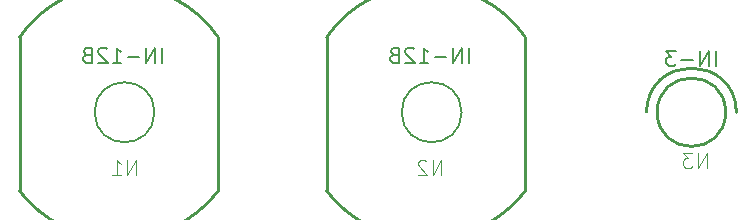
<source format=gbr>
%TF.GenerationSoftware,KiCad,Pcbnew,(6.0.9)*%
%TF.CreationDate,2022-12-23T11:45:05+05:30*%
%TF.ProjectId,IN-12 Panel,494e2d31-3220-4506-916e-656c2e6b6963,1.0*%
%TF.SameCoordinates,Original*%
%TF.FileFunction,Legend,Bot*%
%TF.FilePolarity,Positive*%
%FSLAX46Y46*%
G04 Gerber Fmt 4.6, Leading zero omitted, Abs format (unit mm)*
G04 Created by KiCad (PCBNEW (6.0.9)) date 2022-12-23 11:45:05*
%MOMM*%
%LPD*%
G01*
G04 APERTURE LIST*
%ADD10C,0.101600*%
%ADD11C,0.150000*%
%ADD12C,0.254000*%
%ADD13C,0.127000*%
G04 APERTURE END LIST*
D10*
%TO.C,N2*%
X159336458Y-95304523D02*
X159336458Y-94034523D01*
X158610743Y-95304523D01*
X158610743Y-94034523D01*
X158066458Y-94155476D02*
X158005981Y-94095000D01*
X157885029Y-94034523D01*
X157582648Y-94034523D01*
X157461696Y-94095000D01*
X157401219Y-94155476D01*
X157340743Y-94276428D01*
X157340743Y-94397380D01*
X157401219Y-94578809D01*
X158126934Y-95304523D01*
X157340743Y-95304523D01*
D11*
X161664791Y-85804523D02*
X161664791Y-84534523D01*
X161060029Y-85804523D02*
X161060029Y-84534523D01*
X160334315Y-85804523D01*
X160334315Y-84534523D01*
X159729553Y-85320714D02*
X158761934Y-85320714D01*
X157491934Y-85804523D02*
X158217648Y-85804523D01*
X157854791Y-85804523D02*
X157854791Y-84534523D01*
X157975743Y-84715952D01*
X158096696Y-84836904D01*
X158217648Y-84897380D01*
X157008124Y-84655476D02*
X156947648Y-84595000D01*
X156826696Y-84534523D01*
X156524315Y-84534523D01*
X156403362Y-84595000D01*
X156342886Y-84655476D01*
X156282410Y-84776428D01*
X156282410Y-84897380D01*
X156342886Y-85078809D01*
X157068600Y-85804523D01*
X156282410Y-85804523D01*
X155314791Y-85139285D02*
X155133362Y-85199761D01*
X155072886Y-85260238D01*
X155012410Y-85381190D01*
X155012410Y-85562619D01*
X155072886Y-85683571D01*
X155133362Y-85744047D01*
X155254315Y-85804523D01*
X155738124Y-85804523D01*
X155738124Y-84534523D01*
X155314791Y-84534523D01*
X155193839Y-84595000D01*
X155133362Y-84655476D01*
X155072886Y-84776428D01*
X155072886Y-84897380D01*
X155133362Y-85018333D01*
X155193839Y-85078809D01*
X155314791Y-85139285D01*
X155738124Y-85139285D01*
D10*
%TO.C,N1*%
X133467619Y-95304523D02*
X133467619Y-94034523D01*
X132741904Y-95304523D01*
X132741904Y-94034523D01*
X131471904Y-95304523D02*
X132197619Y-95304523D01*
X131834761Y-95304523D02*
X131834761Y-94034523D01*
X131955714Y-94215952D01*
X132076666Y-94336904D01*
X132197619Y-94397380D01*
D11*
X135664791Y-85804523D02*
X135664791Y-84534523D01*
X135060029Y-85804523D02*
X135060029Y-84534523D01*
X134334315Y-85804523D01*
X134334315Y-84534523D01*
X133729553Y-85320714D02*
X132761934Y-85320714D01*
X131491934Y-85804523D02*
X132217648Y-85804523D01*
X131854791Y-85804523D02*
X131854791Y-84534523D01*
X131975743Y-84715952D01*
X132096696Y-84836904D01*
X132217648Y-84897380D01*
X131008124Y-84655476D02*
X130947648Y-84595000D01*
X130826696Y-84534523D01*
X130524315Y-84534523D01*
X130403362Y-84595000D01*
X130342886Y-84655476D01*
X130282410Y-84776428D01*
X130282410Y-84897380D01*
X130342886Y-85078809D01*
X131068600Y-85804523D01*
X130282410Y-85804523D01*
X129314791Y-85139285D02*
X129133362Y-85199761D01*
X129072886Y-85260238D01*
X129012410Y-85381190D01*
X129012410Y-85562619D01*
X129072886Y-85683571D01*
X129133362Y-85744047D01*
X129254315Y-85804523D01*
X129738124Y-85804523D01*
X129738124Y-84534523D01*
X129314791Y-84534523D01*
X129193839Y-84595000D01*
X129133362Y-84655476D01*
X129072886Y-84776428D01*
X129072886Y-84897380D01*
X129133362Y-85018333D01*
X129193839Y-85078809D01*
X129314791Y-85139285D01*
X129738124Y-85139285D01*
D10*
%TO.C,N3*%
X181785119Y-94702023D02*
X181785119Y-93432023D01*
X181059404Y-94702023D01*
X181059404Y-93432023D01*
X180575595Y-93432023D02*
X179789404Y-93432023D01*
X180212738Y-93915833D01*
X180031309Y-93915833D01*
X179910357Y-93976309D01*
X179849880Y-94036785D01*
X179789404Y-94157738D01*
X179789404Y-94460119D01*
X179849880Y-94581071D01*
X179910357Y-94641547D01*
X180031309Y-94702023D01*
X180394166Y-94702023D01*
X180515119Y-94641547D01*
X180575595Y-94581071D01*
D11*
X182557258Y-86074523D02*
X182557258Y-84804523D01*
X181952496Y-86074523D02*
X181952496Y-84804523D01*
X181226782Y-86074523D01*
X181226782Y-84804523D01*
X180622020Y-85590714D02*
X179654401Y-85590714D01*
X179170591Y-84804523D02*
X178384401Y-84804523D01*
X178807734Y-85288333D01*
X178626306Y-85288333D01*
X178505353Y-85348809D01*
X178444877Y-85409285D01*
X178384401Y-85530238D01*
X178384401Y-85832619D01*
X178444877Y-85953571D01*
X178505353Y-86014047D01*
X178626306Y-86074523D01*
X178989163Y-86074523D01*
X179110115Y-86014047D01*
X179170591Y-85953571D01*
D12*
%TO.C,N2*%
X149609999Y-96667501D02*
G75*
G03*
X166429063Y-96681627I8415021J6527801D01*
G01*
X166437501Y-83650000D02*
G75*
G03*
X149619178Y-83640377I-8412481J-5796280D01*
G01*
D13*
X166437500Y-83650000D02*
G75*
G03*
X149612036Y-83650706I-8412480J-6012180D01*
G01*
X149610000Y-96667500D02*
G75*
G03*
X166429982Y-96680281I8415020J6611620D01*
G01*
X161040000Y-90000000D02*
G75*
G03*
X161040000Y-90000000I-2540000J0D01*
G01*
D12*
X149610000Y-83810020D02*
X149610000Y-83650000D01*
X149610000Y-83810020D02*
X149610000Y-96667500D01*
X166437500Y-96667500D02*
X166437500Y-83650000D01*
%TO.C,N1*%
X140437500Y-96667500D02*
X140437500Y-83650000D01*
X123610000Y-83810020D02*
X123610000Y-96667500D01*
X123610000Y-83810020D02*
X123610000Y-83650000D01*
D13*
X135040000Y-90000000D02*
G75*
G03*
X135040000Y-90000000I-2540000J0D01*
G01*
X123610000Y-96667500D02*
G75*
G03*
X140429982Y-96680281I8415020J6611620D01*
G01*
X140437500Y-83650000D02*
G75*
G03*
X123612036Y-83650706I-8412480J-6012180D01*
G01*
D12*
X140437501Y-83650000D02*
G75*
G03*
X123619178Y-83640377I-8412481J-5796280D01*
G01*
X123609999Y-96667501D02*
G75*
G03*
X140429063Y-96681627I8415021J6527801D01*
G01*
%TO.C,N3*%
X184309999Y-90000000D02*
G75*
G03*
X176690045Y-89997865I-3809999J-78740D01*
G01*
X183395600Y-90000000D02*
G75*
G03*
X183395600Y-90000000I-2895600J0D01*
G01*
%TD*%
M02*

</source>
